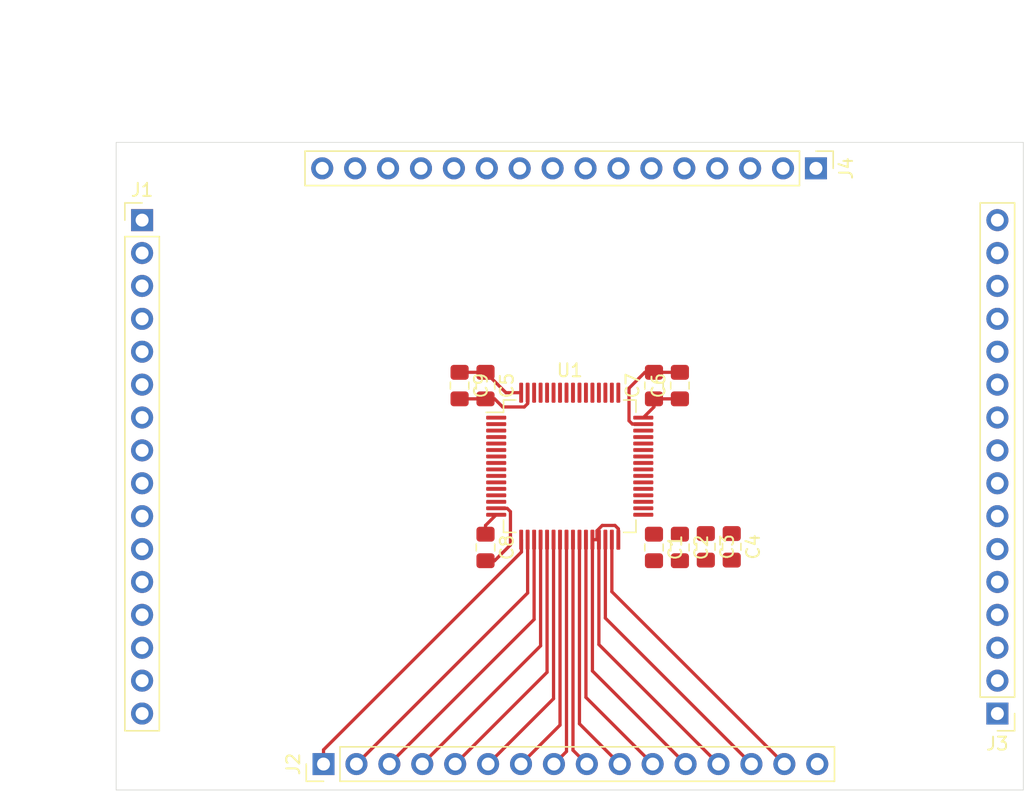
<source format=kicad_pcb>
(kicad_pcb (version 20171130) (host pcbnew 5.1.5+dfsg1-2build2)

  (general
    (thickness 1.6)
    (drawings 6)
    (tracks 68)
    (zones 0)
    (modules 14)
    (nets 56)
  )

  (page A4)
  (layers
    (0 F.Cu signal)
    (31 B.Cu signal)
    (32 B.Adhes user)
    (33 F.Adhes user)
    (34 B.Paste user)
    (35 F.Paste user)
    (36 B.SilkS user)
    (37 F.SilkS user)
    (38 B.Mask user)
    (39 F.Mask user)
    (40 Dwgs.User user)
    (41 Cmts.User user)
    (42 Eco1.User user)
    (43 Eco2.User user)
    (44 Edge.Cuts user)
    (45 Margin user)
    (46 B.CrtYd user hide)
    (47 F.CrtYd user)
    (48 B.Fab user)
    (49 F.Fab user hide)
  )

  (setup
    (last_trace_width 0.25)
    (trace_clearance 0.2)
    (zone_clearance 0.508)
    (zone_45_only no)
    (trace_min 0.2)
    (via_size 0.8)
    (via_drill 0.4)
    (via_min_size 0.4)
    (via_min_drill 0.3)
    (uvia_size 0.3)
    (uvia_drill 0.1)
    (uvias_allowed no)
    (uvia_min_size 0.2)
    (uvia_min_drill 0.1)
    (edge_width 0.05)
    (segment_width 0.2)
    (pcb_text_width 0.3)
    (pcb_text_size 1.5 1.5)
    (mod_edge_width 0.12)
    (mod_text_size 1 1)
    (mod_text_width 0.15)
    (pad_size 1.524 1.524)
    (pad_drill 0.762)
    (pad_to_mask_clearance 0.051)
    (solder_mask_min_width 0.25)
    (aux_axis_origin 0 0)
    (visible_elements FFFFF77F)
    (pcbplotparams
      (layerselection 0x010fc_ffffffff)
      (usegerberextensions false)
      (usegerberattributes false)
      (usegerberadvancedattributes false)
      (creategerberjobfile false)
      (excludeedgelayer true)
      (linewidth 0.100000)
      (plotframeref false)
      (viasonmask false)
      (mode 1)
      (useauxorigin false)
      (hpglpennumber 1)
      (hpglpenspeed 20)
      (hpglpendiameter 15.000000)
      (psnegative false)
      (psa4output false)
      (plotreference true)
      (plotvalue true)
      (plotinvisibletext false)
      (padsonsilk false)
      (subtractmaskfromsilk false)
      (outputformat 1)
      (mirror false)
      (drillshape 1)
      (scaleselection 1)
      (outputdirectory ""))
  )

  (net 0 "")
  (net 1 3.3V)
  (net 2 GND)
  (net 3 /2)
  (net 4 /3)
  (net 5 /4)
  (net 6 /5)
  (net 7 /6)
  (net 8 /7)
  (net 9 /8)
  (net 10 /9)
  (net 11 /10)
  (net 12 /11)
  (net 13 /12)
  (net 14 /13)
  (net 15 /14)
  (net 16 /30)
  (net 17 /26)
  (net 18 /25)
  (net 19 /24)
  (net 20 /23)
  (net 21 /22)
  (net 22 /21)
  (net 23 /20)
  (net 24 /19)
  (net 25 /18)
  (net 26 /17)
  (net 27 /33)
  (net 28 /34)
  (net 29 /35)
  (net 30 /36)
  (net 31 /37)
  (net 32 /38)
  (net 33 /39)
  (net 34 /40)
  (net 35 /41)
  (net 36 /42)
  (net 37 /43)
  (net 38 /44)
  (net 39 /45)
  (net 40 /46)
  (net 41 /62)
  (net 42 /61)
  (net 43 /60)
  (net 44 /59)
  (net 45 /58)
  (net 46 /57)
  (net 47 /56)
  (net 48 /55)
  (net 49 /54)
  (net 50 /53)
  (net 51 /52)
  (net 52 /51)
  (net 53 /50)
  (net 54 /49)
  (net 55 /1)

  (net_class Default "This is the default net class."
    (clearance 0.2)
    (trace_width 0.25)
    (via_dia 0.8)
    (via_drill 0.4)
    (uvia_dia 0.3)
    (uvia_drill 0.1)
    (add_net /1)
    (add_net /10)
    (add_net /11)
    (add_net /12)
    (add_net /13)
    (add_net /14)
    (add_net /17)
    (add_net /18)
    (add_net /19)
    (add_net /2)
    (add_net /20)
    (add_net /21)
    (add_net /22)
    (add_net /23)
    (add_net /24)
    (add_net /25)
    (add_net /26)
    (add_net /3)
    (add_net /30)
    (add_net /33)
    (add_net /34)
    (add_net /35)
    (add_net /36)
    (add_net /37)
    (add_net /38)
    (add_net /39)
    (add_net /4)
    (add_net /40)
    (add_net /41)
    (add_net /42)
    (add_net /43)
    (add_net /44)
    (add_net /45)
    (add_net /46)
    (add_net /49)
    (add_net /5)
    (add_net /50)
    (add_net /51)
    (add_net /52)
    (add_net /53)
    (add_net /54)
    (add_net /55)
    (add_net /56)
    (add_net /57)
    (add_net /58)
    (add_net /59)
    (add_net /6)
    (add_net /60)
    (add_net /61)
    (add_net /62)
    (add_net /7)
    (add_net /8)
    (add_net /9)
    (add_net 3.3V)
    (add_net GND)
  )

  (module Package_QFP:LQFP-64_10x10mm_P0.5mm (layer F.Cu) (tedit 5D9F72AF) (tstamp 60684F17)
    (at 230 73)
    (descr "LQFP, 64 Pin (https://www.analog.com/media/en/technical-documentation/data-sheets/ad7606_7606-6_7606-4.pdf), generated with kicad-footprint-generator ipc_gullwing_generator.py")
    (tags "LQFP QFP")
    (path /606752FC)
    (attr smd)
    (fp_text reference U1 (at 0 -7.4) (layer F.SilkS)
      (effects (font (size 1 1) (thickness 0.15)))
    )
    (fp_text value STM32G484RET6 (at 0 7.4) (layer F.Fab)
      (effects (font (size 1 1) (thickness 0.15)))
    )
    (fp_line (start 4.16 5.11) (end 5.11 5.11) (layer F.SilkS) (width 0.12))
    (fp_line (start 5.11 5.11) (end 5.11 4.16) (layer F.SilkS) (width 0.12))
    (fp_line (start -4.16 5.11) (end -5.11 5.11) (layer F.SilkS) (width 0.12))
    (fp_line (start -5.11 5.11) (end -5.11 4.16) (layer F.SilkS) (width 0.12))
    (fp_line (start 4.16 -5.11) (end 5.11 -5.11) (layer F.SilkS) (width 0.12))
    (fp_line (start 5.11 -5.11) (end 5.11 -4.16) (layer F.SilkS) (width 0.12))
    (fp_line (start -4.16 -5.11) (end -5.11 -5.11) (layer F.SilkS) (width 0.12))
    (fp_line (start -5.11 -5.11) (end -5.11 -4.16) (layer F.SilkS) (width 0.12))
    (fp_line (start -5.11 -4.16) (end -6.45 -4.16) (layer F.SilkS) (width 0.12))
    (fp_line (start -4 -5) (end 5 -5) (layer F.Fab) (width 0.1))
    (fp_line (start 5 -5) (end 5 5) (layer F.Fab) (width 0.1))
    (fp_line (start 5 5) (end -5 5) (layer F.Fab) (width 0.1))
    (fp_line (start -5 5) (end -5 -4) (layer F.Fab) (width 0.1))
    (fp_line (start -5 -4) (end -4 -5) (layer F.Fab) (width 0.1))
    (fp_line (start 0 -6.7) (end -4.15 -6.7) (layer F.CrtYd) (width 0.05))
    (fp_line (start -4.15 -6.7) (end -4.15 -5.25) (layer F.CrtYd) (width 0.05))
    (fp_line (start -4.15 -5.25) (end -5.25 -5.25) (layer F.CrtYd) (width 0.05))
    (fp_line (start -5.25 -5.25) (end -5.25 -4.15) (layer F.CrtYd) (width 0.05))
    (fp_line (start -5.25 -4.15) (end -6.7 -4.15) (layer F.CrtYd) (width 0.05))
    (fp_line (start -6.7 -4.15) (end -6.7 0) (layer F.CrtYd) (width 0.05))
    (fp_line (start 0 -6.7) (end 4.15 -6.7) (layer F.CrtYd) (width 0.05))
    (fp_line (start 4.15 -6.7) (end 4.15 -5.25) (layer F.CrtYd) (width 0.05))
    (fp_line (start 4.15 -5.25) (end 5.25 -5.25) (layer F.CrtYd) (width 0.05))
    (fp_line (start 5.25 -5.25) (end 5.25 -4.15) (layer F.CrtYd) (width 0.05))
    (fp_line (start 5.25 -4.15) (end 6.7 -4.15) (layer F.CrtYd) (width 0.05))
    (fp_line (start 6.7 -4.15) (end 6.7 0) (layer F.CrtYd) (width 0.05))
    (fp_line (start 0 6.7) (end -4.15 6.7) (layer F.CrtYd) (width 0.05))
    (fp_line (start -4.15 6.7) (end -4.15 5.25) (layer F.CrtYd) (width 0.05))
    (fp_line (start -4.15 5.25) (end -5.25 5.25) (layer F.CrtYd) (width 0.05))
    (fp_line (start -5.25 5.25) (end -5.25 4.15) (layer F.CrtYd) (width 0.05))
    (fp_line (start -5.25 4.15) (end -6.7 4.15) (layer F.CrtYd) (width 0.05))
    (fp_line (start -6.7 4.15) (end -6.7 0) (layer F.CrtYd) (width 0.05))
    (fp_line (start 0 6.7) (end 4.15 6.7) (layer F.CrtYd) (width 0.05))
    (fp_line (start 4.15 6.7) (end 4.15 5.25) (layer F.CrtYd) (width 0.05))
    (fp_line (start 4.15 5.25) (end 5.25 5.25) (layer F.CrtYd) (width 0.05))
    (fp_line (start 5.25 5.25) (end 5.25 4.15) (layer F.CrtYd) (width 0.05))
    (fp_line (start 5.25 4.15) (end 6.7 4.15) (layer F.CrtYd) (width 0.05))
    (fp_line (start 6.7 4.15) (end 6.7 0) (layer F.CrtYd) (width 0.05))
    (fp_text user %R (at 0 0) (layer F.Fab)
      (effects (font (size 1 1) (thickness 0.15)))
    )
    (pad 1 smd roundrect (at -5.675 -3.75) (size 1.55 0.3) (layers F.Cu F.Paste F.Mask) (roundrect_rratio 0.25)
      (net 55 /1))
    (pad 2 smd roundrect (at -5.675 -3.25) (size 1.55 0.3) (layers F.Cu F.Paste F.Mask) (roundrect_rratio 0.25)
      (net 3 /2))
    (pad 3 smd roundrect (at -5.675 -2.75) (size 1.55 0.3) (layers F.Cu F.Paste F.Mask) (roundrect_rratio 0.25)
      (net 4 /3))
    (pad 4 smd roundrect (at -5.675 -2.25) (size 1.55 0.3) (layers F.Cu F.Paste F.Mask) (roundrect_rratio 0.25)
      (net 5 /4))
    (pad 5 smd roundrect (at -5.675 -1.75) (size 1.55 0.3) (layers F.Cu F.Paste F.Mask) (roundrect_rratio 0.25)
      (net 6 /5))
    (pad 6 smd roundrect (at -5.675 -1.25) (size 1.55 0.3) (layers F.Cu F.Paste F.Mask) (roundrect_rratio 0.25)
      (net 7 /6))
    (pad 7 smd roundrect (at -5.675 -0.75) (size 1.55 0.3) (layers F.Cu F.Paste F.Mask) (roundrect_rratio 0.25)
      (net 8 /7))
    (pad 8 smd roundrect (at -5.675 -0.25) (size 1.55 0.3) (layers F.Cu F.Paste F.Mask) (roundrect_rratio 0.25)
      (net 9 /8))
    (pad 9 smd roundrect (at -5.675 0.25) (size 1.55 0.3) (layers F.Cu F.Paste F.Mask) (roundrect_rratio 0.25)
      (net 10 /9))
    (pad 10 smd roundrect (at -5.675 0.75) (size 1.55 0.3) (layers F.Cu F.Paste F.Mask) (roundrect_rratio 0.25)
      (net 11 /10))
    (pad 11 smd roundrect (at -5.675 1.25) (size 1.55 0.3) (layers F.Cu F.Paste F.Mask) (roundrect_rratio 0.25)
      (net 12 /11))
    (pad 12 smd roundrect (at -5.675 1.75) (size 1.55 0.3) (layers F.Cu F.Paste F.Mask) (roundrect_rratio 0.25)
      (net 13 /12))
    (pad 13 smd roundrect (at -5.675 2.25) (size 1.55 0.3) (layers F.Cu F.Paste F.Mask) (roundrect_rratio 0.25)
      (net 14 /13))
    (pad 14 smd roundrect (at -5.675 2.75) (size 1.55 0.3) (layers F.Cu F.Paste F.Mask) (roundrect_rratio 0.25)
      (net 15 /14))
    (pad 15 smd roundrect (at -5.675 3.25) (size 1.55 0.3) (layers F.Cu F.Paste F.Mask) (roundrect_rratio 0.25)
      (net 2 GND))
    (pad 16 smd roundrect (at -5.675 3.75) (size 1.55 0.3) (layers F.Cu F.Paste F.Mask) (roundrect_rratio 0.25)
      (net 1 3.3V))
    (pad 17 smd roundrect (at -3.75 5.675) (size 0.3 1.55) (layers F.Cu F.Paste F.Mask) (roundrect_rratio 0.25)
      (net 26 /17))
    (pad 18 smd roundrect (at -3.25 5.675) (size 0.3 1.55) (layers F.Cu F.Paste F.Mask) (roundrect_rratio 0.25)
      (net 25 /18))
    (pad 19 smd roundrect (at -2.75 5.675) (size 0.3 1.55) (layers F.Cu F.Paste F.Mask) (roundrect_rratio 0.25)
      (net 24 /19))
    (pad 20 smd roundrect (at -2.25 5.675) (size 0.3 1.55) (layers F.Cu F.Paste F.Mask) (roundrect_rratio 0.25)
      (net 23 /20))
    (pad 21 smd roundrect (at -1.75 5.675) (size 0.3 1.55) (layers F.Cu F.Paste F.Mask) (roundrect_rratio 0.25)
      (net 22 /21))
    (pad 22 smd roundrect (at -1.25 5.675) (size 0.3 1.55) (layers F.Cu F.Paste F.Mask) (roundrect_rratio 0.25)
      (net 21 /22))
    (pad 23 smd roundrect (at -0.75 5.675) (size 0.3 1.55) (layers F.Cu F.Paste F.Mask) (roundrect_rratio 0.25)
      (net 20 /23))
    (pad 24 smd roundrect (at -0.25 5.675) (size 0.3 1.55) (layers F.Cu F.Paste F.Mask) (roundrect_rratio 0.25)
      (net 19 /24))
    (pad 25 smd roundrect (at 0.25 5.675) (size 0.3 1.55) (layers F.Cu F.Paste F.Mask) (roundrect_rratio 0.25)
      (net 18 /25))
    (pad 26 smd roundrect (at 0.75 5.675) (size 0.3 1.55) (layers F.Cu F.Paste F.Mask) (roundrect_rratio 0.25)
      (net 17 /26))
    (pad 27 smd roundrect (at 1.25 5.675) (size 0.3 1.55) (layers F.Cu F.Paste F.Mask) (roundrect_rratio 0.25)
      (net 2 GND))
    (pad 28 smd roundrect (at 1.75 5.675) (size 0.3 1.55) (layers F.Cu F.Paste F.Mask) (roundrect_rratio 0.25)
      (net 1 3.3V))
    (pad 29 smd roundrect (at 2.25 5.675) (size 0.3 1.55) (layers F.Cu F.Paste F.Mask) (roundrect_rratio 0.25)
      (net 1 3.3V))
    (pad 30 smd roundrect (at 2.75 5.675) (size 0.3 1.55) (layers F.Cu F.Paste F.Mask) (roundrect_rratio 0.25)
      (net 16 /30))
    (pad 31 smd roundrect (at 3.25 5.675) (size 0.3 1.55) (layers F.Cu F.Paste F.Mask) (roundrect_rratio 0.25)
      (net 2 GND))
    (pad 32 smd roundrect (at 3.75 5.675) (size 0.3 1.55) (layers F.Cu F.Paste F.Mask) (roundrect_rratio 0.25)
      (net 1 3.3V))
    (pad 33 smd roundrect (at 5.675 3.75) (size 1.55 0.3) (layers F.Cu F.Paste F.Mask) (roundrect_rratio 0.25)
      (net 27 /33))
    (pad 34 smd roundrect (at 5.675 3.25) (size 1.55 0.3) (layers F.Cu F.Paste F.Mask) (roundrect_rratio 0.25)
      (net 28 /34))
    (pad 35 smd roundrect (at 5.675 2.75) (size 1.55 0.3) (layers F.Cu F.Paste F.Mask) (roundrect_rratio 0.25)
      (net 29 /35))
    (pad 36 smd roundrect (at 5.675 2.25) (size 1.55 0.3) (layers F.Cu F.Paste F.Mask) (roundrect_rratio 0.25)
      (net 30 /36))
    (pad 37 smd roundrect (at 5.675 1.75) (size 1.55 0.3) (layers F.Cu F.Paste F.Mask) (roundrect_rratio 0.25)
      (net 31 /37))
    (pad 38 smd roundrect (at 5.675 1.25) (size 1.55 0.3) (layers F.Cu F.Paste F.Mask) (roundrect_rratio 0.25)
      (net 32 /38))
    (pad 39 smd roundrect (at 5.675 0.75) (size 1.55 0.3) (layers F.Cu F.Paste F.Mask) (roundrect_rratio 0.25)
      (net 33 /39))
    (pad 40 smd roundrect (at 5.675 0.25) (size 1.55 0.3) (layers F.Cu F.Paste F.Mask) (roundrect_rratio 0.25)
      (net 34 /40))
    (pad 41 smd roundrect (at 5.675 -0.25) (size 1.55 0.3) (layers F.Cu F.Paste F.Mask) (roundrect_rratio 0.25)
      (net 35 /41))
    (pad 42 smd roundrect (at 5.675 -0.75) (size 1.55 0.3) (layers F.Cu F.Paste F.Mask) (roundrect_rratio 0.25)
      (net 36 /42))
    (pad 43 smd roundrect (at 5.675 -1.25) (size 1.55 0.3) (layers F.Cu F.Paste F.Mask) (roundrect_rratio 0.25)
      (net 37 /43))
    (pad 44 smd roundrect (at 5.675 -1.75) (size 1.55 0.3) (layers F.Cu F.Paste F.Mask) (roundrect_rratio 0.25)
      (net 38 /44))
    (pad 45 smd roundrect (at 5.675 -2.25) (size 1.55 0.3) (layers F.Cu F.Paste F.Mask) (roundrect_rratio 0.25)
      (net 39 /45))
    (pad 46 smd roundrect (at 5.675 -2.75) (size 1.55 0.3) (layers F.Cu F.Paste F.Mask) (roundrect_rratio 0.25)
      (net 40 /46))
    (pad 47 smd roundrect (at 5.675 -3.25) (size 1.55 0.3) (layers F.Cu F.Paste F.Mask) (roundrect_rratio 0.25)
      (net 2 GND))
    (pad 48 smd roundrect (at 5.675 -3.75) (size 1.55 0.3) (layers F.Cu F.Paste F.Mask) (roundrect_rratio 0.25)
      (net 1 3.3V))
    (pad 49 smd roundrect (at 3.75 -5.675) (size 0.3 1.55) (layers F.Cu F.Paste F.Mask) (roundrect_rratio 0.25)
      (net 54 /49))
    (pad 50 smd roundrect (at 3.25 -5.675) (size 0.3 1.55) (layers F.Cu F.Paste F.Mask) (roundrect_rratio 0.25)
      (net 53 /50))
    (pad 51 smd roundrect (at 2.75 -5.675) (size 0.3 1.55) (layers F.Cu F.Paste F.Mask) (roundrect_rratio 0.25)
      (net 52 /51))
    (pad 52 smd roundrect (at 2.25 -5.675) (size 0.3 1.55) (layers F.Cu F.Paste F.Mask) (roundrect_rratio 0.25)
      (net 51 /52))
    (pad 53 smd roundrect (at 1.75 -5.675) (size 0.3 1.55) (layers F.Cu F.Paste F.Mask) (roundrect_rratio 0.25)
      (net 50 /53))
    (pad 54 smd roundrect (at 1.25 -5.675) (size 0.3 1.55) (layers F.Cu F.Paste F.Mask) (roundrect_rratio 0.25)
      (net 49 /54))
    (pad 55 smd roundrect (at 0.75 -5.675) (size 0.3 1.55) (layers F.Cu F.Paste F.Mask) (roundrect_rratio 0.25)
      (net 48 /55))
    (pad 56 smd roundrect (at 0.25 -5.675) (size 0.3 1.55) (layers F.Cu F.Paste F.Mask) (roundrect_rratio 0.25)
      (net 47 /56))
    (pad 57 smd roundrect (at -0.25 -5.675) (size 0.3 1.55) (layers F.Cu F.Paste F.Mask) (roundrect_rratio 0.25)
      (net 46 /57))
    (pad 58 smd roundrect (at -0.75 -5.675) (size 0.3 1.55) (layers F.Cu F.Paste F.Mask) (roundrect_rratio 0.25)
      (net 45 /58))
    (pad 59 smd roundrect (at -1.25 -5.675) (size 0.3 1.55) (layers F.Cu F.Paste F.Mask) (roundrect_rratio 0.25)
      (net 44 /59))
    (pad 60 smd roundrect (at -1.75 -5.675) (size 0.3 1.55) (layers F.Cu F.Paste F.Mask) (roundrect_rratio 0.25)
      (net 43 /60))
    (pad 61 smd roundrect (at -2.25 -5.675) (size 0.3 1.55) (layers F.Cu F.Paste F.Mask) (roundrect_rratio 0.25)
      (net 42 /61))
    (pad 62 smd roundrect (at -2.75 -5.675) (size 0.3 1.55) (layers F.Cu F.Paste F.Mask) (roundrect_rratio 0.25)
      (net 41 /62))
    (pad 63 smd roundrect (at -3.25 -5.675) (size 0.3 1.55) (layers F.Cu F.Paste F.Mask) (roundrect_rratio 0.25)
      (net 2 GND))
    (pad 64 smd roundrect (at -3.75 -5.675) (size 0.3 1.55) (layers F.Cu F.Paste F.Mask) (roundrect_rratio 0.25)
      (net 1 3.3V))
    (model ${KISYS3DMOD}/Package_QFP.3dshapes/LQFP-64_10x10mm_P0.5mm.wrl
      (at (xyz 0 0 0))
      (scale (xyz 1 1 1))
      (rotate (xyz 0 0 0))
    )
  )

  (module Connector_PinHeader_2.54mm:PinHeader_1x16_P2.54mm_Vertical locked (layer F.Cu) (tedit 59FED5CC) (tstamp 6067CAEC)
    (at 197 54)
    (descr "Through hole straight pin header, 1x16, 2.54mm pitch, single row")
    (tags "Through hole pin header THT 1x16 2.54mm single row")
    (path /606A4E1E)
    (fp_text reference J1 (at 0 -2.33) (layer F.SilkS)
      (effects (font (size 1 1) (thickness 0.15)))
    )
    (fp_text value Conn_01x16_Male (at 0 40.43) (layer F.Fab)
      (effects (font (size 1 1) (thickness 0.15)))
    )
    (fp_line (start -0.635 -1.27) (end 1.27 -1.27) (layer F.Fab) (width 0.1))
    (fp_line (start 1.27 -1.27) (end 1.27 39.37) (layer F.Fab) (width 0.1))
    (fp_line (start 1.27 39.37) (end -1.27 39.37) (layer F.Fab) (width 0.1))
    (fp_line (start -1.27 39.37) (end -1.27 -0.635) (layer F.Fab) (width 0.1))
    (fp_line (start -1.27 -0.635) (end -0.635 -1.27) (layer F.Fab) (width 0.1))
    (fp_line (start -1.33 39.43) (end 1.33 39.43) (layer F.SilkS) (width 0.12))
    (fp_line (start -1.33 1.27) (end -1.33 39.43) (layer F.SilkS) (width 0.12))
    (fp_line (start 1.33 1.27) (end 1.33 39.43) (layer F.SilkS) (width 0.12))
    (fp_line (start -1.33 1.27) (end 1.33 1.27) (layer F.SilkS) (width 0.12))
    (fp_line (start -1.33 0) (end -1.33 -1.33) (layer F.SilkS) (width 0.12))
    (fp_line (start -1.33 -1.33) (end 0 -1.33) (layer F.SilkS) (width 0.12))
    (fp_line (start -1.8 -1.8) (end -1.8 39.9) (layer F.CrtYd) (width 0.05))
    (fp_line (start -1.8 39.9) (end 1.8 39.9) (layer F.CrtYd) (width 0.05))
    (fp_line (start 1.8 39.9) (end 1.8 -1.8) (layer F.CrtYd) (width 0.05))
    (fp_line (start 1.8 -1.8) (end -1.8 -1.8) (layer F.CrtYd) (width 0.05))
    (fp_text user %R (at 0 19.05 90) (layer F.Fab)
      (effects (font (size 1 1) (thickness 0.15)))
    )
    (pad 1 thru_hole rect (at 0 0) (size 1.7 1.7) (drill 1) (layers *.Cu *.Mask)
      (net 55 /1))
    (pad 2 thru_hole oval (at 0 2.54) (size 1.7 1.7) (drill 1) (layers *.Cu *.Mask)
      (net 3 /2))
    (pad 3 thru_hole oval (at 0 5.08) (size 1.7 1.7) (drill 1) (layers *.Cu *.Mask)
      (net 4 /3))
    (pad 4 thru_hole oval (at 0 7.62) (size 1.7 1.7) (drill 1) (layers *.Cu *.Mask)
      (net 5 /4))
    (pad 5 thru_hole oval (at 0 10.16) (size 1.7 1.7) (drill 1) (layers *.Cu *.Mask)
      (net 6 /5))
    (pad 6 thru_hole oval (at 0 12.7) (size 1.7 1.7) (drill 1) (layers *.Cu *.Mask)
      (net 7 /6))
    (pad 7 thru_hole oval (at 0 15.24) (size 1.7 1.7) (drill 1) (layers *.Cu *.Mask)
      (net 8 /7))
    (pad 8 thru_hole oval (at 0 17.78) (size 1.7 1.7) (drill 1) (layers *.Cu *.Mask)
      (net 9 /8))
    (pad 9 thru_hole oval (at 0 20.32) (size 1.7 1.7) (drill 1) (layers *.Cu *.Mask)
      (net 10 /9))
    (pad 10 thru_hole oval (at 0 22.86) (size 1.7 1.7) (drill 1) (layers *.Cu *.Mask)
      (net 11 /10))
    (pad 11 thru_hole oval (at 0 25.4) (size 1.7 1.7) (drill 1) (layers *.Cu *.Mask)
      (net 12 /11))
    (pad 12 thru_hole oval (at 0 27.94) (size 1.7 1.7) (drill 1) (layers *.Cu *.Mask)
      (net 13 /12))
    (pad 13 thru_hole oval (at 0 30.48) (size 1.7 1.7) (drill 1) (layers *.Cu *.Mask)
      (net 14 /13))
    (pad 14 thru_hole oval (at 0 33.02) (size 1.7 1.7) (drill 1) (layers *.Cu *.Mask)
      (net 15 /14))
    (pad 15 thru_hole oval (at 0 35.56) (size 1.7 1.7) (drill 1) (layers *.Cu *.Mask)
      (net 2 GND))
    (pad 16 thru_hole oval (at 0 38.1) (size 1.7 1.7) (drill 1) (layers *.Cu *.Mask)
      (net 1 3.3V))
    (model ${KISYS3DMOD}/Connector_PinHeader_2.54mm.3dshapes/PinHeader_1x16_P2.54mm_Vertical.wrl
      (at (xyz 0 0 0))
      (scale (xyz 1 1 1))
      (rotate (xyz 0 0 0))
    )
  )

  (module Connector_PinHeader_2.54mm:PinHeader_1x16_P2.54mm_Vertical locked (layer F.Cu) (tedit 59FED5CC) (tstamp 6067BFB9)
    (at 211 96 90)
    (descr "Through hole straight pin header, 1x16, 2.54mm pitch, single row")
    (tags "Through hole pin header THT 1x16 2.54mm single row")
    (path /606A81FA)
    (fp_text reference J2 (at 0 -2.33 90) (layer F.SilkS)
      (effects (font (size 1 1) (thickness 0.15)))
    )
    (fp_text value Conn_01x16_Male (at 0 40.43 90) (layer F.Fab)
      (effects (font (size 1 1) (thickness 0.15)))
    )
    (fp_text user %R (at 0 19.05) (layer F.Fab)
      (effects (font (size 1 1) (thickness 0.15)))
    )
    (fp_line (start 1.8 -1.8) (end -1.8 -1.8) (layer F.CrtYd) (width 0.05))
    (fp_line (start 1.8 39.9) (end 1.8 -1.8) (layer F.CrtYd) (width 0.05))
    (fp_line (start -1.8 39.9) (end 1.8 39.9) (layer F.CrtYd) (width 0.05))
    (fp_line (start -1.8 -1.8) (end -1.8 39.9) (layer F.CrtYd) (width 0.05))
    (fp_line (start -1.33 -1.33) (end 0 -1.33) (layer F.SilkS) (width 0.12))
    (fp_line (start -1.33 0) (end -1.33 -1.33) (layer F.SilkS) (width 0.12))
    (fp_line (start -1.33 1.27) (end 1.33 1.27) (layer F.SilkS) (width 0.12))
    (fp_line (start 1.33 1.27) (end 1.33 39.43) (layer F.SilkS) (width 0.12))
    (fp_line (start -1.33 1.27) (end -1.33 39.43) (layer F.SilkS) (width 0.12))
    (fp_line (start -1.33 39.43) (end 1.33 39.43) (layer F.SilkS) (width 0.12))
    (fp_line (start -1.27 -0.635) (end -0.635 -1.27) (layer F.Fab) (width 0.1))
    (fp_line (start -1.27 39.37) (end -1.27 -0.635) (layer F.Fab) (width 0.1))
    (fp_line (start 1.27 39.37) (end -1.27 39.37) (layer F.Fab) (width 0.1))
    (fp_line (start 1.27 -1.27) (end 1.27 39.37) (layer F.Fab) (width 0.1))
    (fp_line (start -0.635 -1.27) (end 1.27 -1.27) (layer F.Fab) (width 0.1))
    (pad 16 thru_hole oval (at 0 38.1 90) (size 1.7 1.7) (drill 1) (layers *.Cu *.Mask)
      (net 1 3.3V))
    (pad 15 thru_hole oval (at 0 35.56 90) (size 1.7 1.7) (drill 1) (layers *.Cu *.Mask)
      (net 2 GND))
    (pad 14 thru_hole oval (at 0 33.02 90) (size 1.7 1.7) (drill 1) (layers *.Cu *.Mask)
      (net 16 /30))
    (pad 13 thru_hole oval (at 0 30.48 90) (size 1.7 1.7) (drill 1) (layers *.Cu *.Mask)
      (net 1 3.3V))
    (pad 12 thru_hole oval (at 0 27.94 90) (size 1.7 1.7) (drill 1) (layers *.Cu *.Mask)
      (net 1 3.3V))
    (pad 11 thru_hole oval (at 0 25.4 90) (size 1.7 1.7) (drill 1) (layers *.Cu *.Mask)
      (net 2 GND))
    (pad 10 thru_hole oval (at 0 22.86 90) (size 1.7 1.7) (drill 1) (layers *.Cu *.Mask)
      (net 17 /26))
    (pad 9 thru_hole oval (at 0 20.32 90) (size 1.7 1.7) (drill 1) (layers *.Cu *.Mask)
      (net 18 /25))
    (pad 8 thru_hole oval (at 0 17.78 90) (size 1.7 1.7) (drill 1) (layers *.Cu *.Mask)
      (net 19 /24))
    (pad 7 thru_hole oval (at 0 15.24 90) (size 1.7 1.7) (drill 1) (layers *.Cu *.Mask)
      (net 20 /23))
    (pad 6 thru_hole oval (at 0 12.7 90) (size 1.7 1.7) (drill 1) (layers *.Cu *.Mask)
      (net 21 /22))
    (pad 5 thru_hole oval (at 0 10.16 90) (size 1.7 1.7) (drill 1) (layers *.Cu *.Mask)
      (net 22 /21))
    (pad 4 thru_hole oval (at 0 7.62 90) (size 1.7 1.7) (drill 1) (layers *.Cu *.Mask)
      (net 23 /20))
    (pad 3 thru_hole oval (at 0 5.08 90) (size 1.7 1.7) (drill 1) (layers *.Cu *.Mask)
      (net 24 /19))
    (pad 2 thru_hole oval (at 0 2.54 90) (size 1.7 1.7) (drill 1) (layers *.Cu *.Mask)
      (net 25 /18))
    (pad 1 thru_hole rect (at 0 0 90) (size 1.7 1.7) (drill 1) (layers *.Cu *.Mask)
      (net 26 /17))
    (model ${KISYS3DMOD}/Connector_PinHeader_2.54mm.3dshapes/PinHeader_1x16_P2.54mm_Vertical.wrl
      (at (xyz 0 0 0))
      (scale (xyz 1 1 1))
      (rotate (xyz 0 0 0))
    )
  )

  (module Connector_PinHeader_2.54mm:PinHeader_1x16_P2.54mm_Vertical (layer F.Cu) (tedit 59FED5CC) (tstamp 6067CD20)
    (at 263 92.1 180)
    (descr "Through hole straight pin header, 1x16, 2.54mm pitch, single row")
    (tags "Through hole pin header THT 1x16 2.54mm single row")
    (path /606A9564)
    (fp_text reference J3 (at 0 -2.33) (layer F.SilkS)
      (effects (font (size 1 1) (thickness 0.15)))
    )
    (fp_text value Conn_01x16_Male (at 0 40.43) (layer F.Fab)
      (effects (font (size 1 1) (thickness 0.15)))
    )
    (fp_line (start -0.635 -1.27) (end 1.27 -1.27) (layer F.Fab) (width 0.1))
    (fp_line (start 1.27 -1.27) (end 1.27 39.37) (layer F.Fab) (width 0.1))
    (fp_line (start 1.27 39.37) (end -1.27 39.37) (layer F.Fab) (width 0.1))
    (fp_line (start -1.27 39.37) (end -1.27 -0.635) (layer F.Fab) (width 0.1))
    (fp_line (start -1.27 -0.635) (end -0.635 -1.27) (layer F.Fab) (width 0.1))
    (fp_line (start -1.33 39.43) (end 1.33 39.43) (layer F.SilkS) (width 0.12))
    (fp_line (start -1.33 1.27) (end -1.33 39.43) (layer F.SilkS) (width 0.12))
    (fp_line (start 1.33 1.27) (end 1.33 39.43) (layer F.SilkS) (width 0.12))
    (fp_line (start -1.33 1.27) (end 1.33 1.27) (layer F.SilkS) (width 0.12))
    (fp_line (start -1.33 0) (end -1.33 -1.33) (layer F.SilkS) (width 0.12))
    (fp_line (start -1.33 -1.33) (end 0 -1.33) (layer F.SilkS) (width 0.12))
    (fp_line (start -1.8 -1.8) (end -1.8 39.9) (layer F.CrtYd) (width 0.05))
    (fp_line (start -1.8 39.9) (end 1.8 39.9) (layer F.CrtYd) (width 0.05))
    (fp_line (start 1.8 39.9) (end 1.8 -1.8) (layer F.CrtYd) (width 0.05))
    (fp_line (start 1.8 -1.8) (end -1.8 -1.8) (layer F.CrtYd) (width 0.05))
    (fp_text user %R (at 0 19.05 90) (layer F.Fab)
      (effects (font (size 1 1) (thickness 0.15)))
    )
    (pad 1 thru_hole rect (at 0 0 180) (size 1.7 1.7) (drill 1) (layers *.Cu *.Mask)
      (net 27 /33))
    (pad 2 thru_hole oval (at 0 2.54 180) (size 1.7 1.7) (drill 1) (layers *.Cu *.Mask)
      (net 28 /34))
    (pad 3 thru_hole oval (at 0 5.08 180) (size 1.7 1.7) (drill 1) (layers *.Cu *.Mask)
      (net 29 /35))
    (pad 4 thru_hole oval (at 0 7.62 180) (size 1.7 1.7) (drill 1) (layers *.Cu *.Mask)
      (net 30 /36))
    (pad 5 thru_hole oval (at 0 10.16 180) (size 1.7 1.7) (drill 1) (layers *.Cu *.Mask)
      (net 31 /37))
    (pad 6 thru_hole oval (at 0 12.7 180) (size 1.7 1.7) (drill 1) (layers *.Cu *.Mask)
      (net 32 /38))
    (pad 7 thru_hole oval (at 0 15.24 180) (size 1.7 1.7) (drill 1) (layers *.Cu *.Mask)
      (net 33 /39))
    (pad 8 thru_hole oval (at 0 17.78 180) (size 1.7 1.7) (drill 1) (layers *.Cu *.Mask)
      (net 34 /40))
    (pad 9 thru_hole oval (at 0 20.32 180) (size 1.7 1.7) (drill 1) (layers *.Cu *.Mask)
      (net 35 /41))
    (pad 10 thru_hole oval (at 0 22.86 180) (size 1.7 1.7) (drill 1) (layers *.Cu *.Mask)
      (net 36 /42))
    (pad 11 thru_hole oval (at 0 25.4 180) (size 1.7 1.7) (drill 1) (layers *.Cu *.Mask)
      (net 37 /43))
    (pad 12 thru_hole oval (at 0 27.94 180) (size 1.7 1.7) (drill 1) (layers *.Cu *.Mask)
      (net 38 /44))
    (pad 13 thru_hole oval (at 0 30.48 180) (size 1.7 1.7) (drill 1) (layers *.Cu *.Mask)
      (net 39 /45))
    (pad 14 thru_hole oval (at 0 33.02 180) (size 1.7 1.7) (drill 1) (layers *.Cu *.Mask)
      (net 40 /46))
    (pad 15 thru_hole oval (at 0 35.56 180) (size 1.7 1.7) (drill 1) (layers *.Cu *.Mask)
      (net 2 GND))
    (pad 16 thru_hole oval (at 0 38.1 180) (size 1.7 1.7) (drill 1) (layers *.Cu *.Mask)
      (net 1 3.3V))
    (model ${KISYS3DMOD}/Connector_PinHeader_2.54mm.3dshapes/PinHeader_1x16_P2.54mm_Vertical.wrl
      (at (xyz 0 0 0))
      (scale (xyz 1 1 1))
      (rotate (xyz 0 0 0))
    )
  )

  (module Connector_PinHeader_2.54mm:PinHeader_1x16_P2.54mm_Vertical (layer F.Cu) (tedit 59FED5CC) (tstamp 60681B86)
    (at 249 50 270)
    (descr "Through hole straight pin header, 1x16, 2.54mm pitch, single row")
    (tags "Through hole pin header THT 1x16 2.54mm single row")
    (path /606AEFEE)
    (fp_text reference J4 (at 0 -2.33 90) (layer F.SilkS)
      (effects (font (size 1 1) (thickness 0.15)))
    )
    (fp_text value Conn_01x16_Male (at 0 40.43 90) (layer F.Fab)
      (effects (font (size 1 1) (thickness 0.15)))
    )
    (fp_text user %R (at 0 19.05) (layer F.Fab)
      (effects (font (size 1 1) (thickness 0.15)))
    )
    (fp_line (start 1.8 -1.8) (end -1.8 -1.8) (layer F.CrtYd) (width 0.05))
    (fp_line (start 1.8 39.9) (end 1.8 -1.8) (layer F.CrtYd) (width 0.05))
    (fp_line (start -1.8 39.9) (end 1.8 39.9) (layer F.CrtYd) (width 0.05))
    (fp_line (start -1.8 -1.8) (end -1.8 39.9) (layer F.CrtYd) (width 0.05))
    (fp_line (start -1.33 -1.33) (end 0 -1.33) (layer F.SilkS) (width 0.12))
    (fp_line (start -1.33 0) (end -1.33 -1.33) (layer F.SilkS) (width 0.12))
    (fp_line (start -1.33 1.27) (end 1.33 1.27) (layer F.SilkS) (width 0.12))
    (fp_line (start 1.33 1.27) (end 1.33 39.43) (layer F.SilkS) (width 0.12))
    (fp_line (start -1.33 1.27) (end -1.33 39.43) (layer F.SilkS) (width 0.12))
    (fp_line (start -1.33 39.43) (end 1.33 39.43) (layer F.SilkS) (width 0.12))
    (fp_line (start -1.27 -0.635) (end -0.635 -1.27) (layer F.Fab) (width 0.1))
    (fp_line (start -1.27 39.37) (end -1.27 -0.635) (layer F.Fab) (width 0.1))
    (fp_line (start 1.27 39.37) (end -1.27 39.37) (layer F.Fab) (width 0.1))
    (fp_line (start 1.27 -1.27) (end 1.27 39.37) (layer F.Fab) (width 0.1))
    (fp_line (start -0.635 -1.27) (end 1.27 -1.27) (layer F.Fab) (width 0.1))
    (pad 16 thru_hole oval (at 0 38.1 270) (size 1.7 1.7) (drill 1) (layers *.Cu *.Mask)
      (net 1 3.3V))
    (pad 15 thru_hole oval (at 0 35.56 270) (size 1.7 1.7) (drill 1) (layers *.Cu *.Mask)
      (net 2 GND))
    (pad 14 thru_hole oval (at 0 33.02 270) (size 1.7 1.7) (drill 1) (layers *.Cu *.Mask)
      (net 41 /62))
    (pad 13 thru_hole oval (at 0 30.48 270) (size 1.7 1.7) (drill 1) (layers *.Cu *.Mask)
      (net 42 /61))
    (pad 12 thru_hole oval (at 0 27.94 270) (size 1.7 1.7) (drill 1) (layers *.Cu *.Mask)
      (net 43 /60))
    (pad 11 thru_hole oval (at 0 25.4 270) (size 1.7 1.7) (drill 1) (layers *.Cu *.Mask)
      (net 44 /59))
    (pad 10 thru_hole oval (at 0 22.86 270) (size 1.7 1.7) (drill 1) (layers *.Cu *.Mask)
      (net 45 /58))
    (pad 9 thru_hole oval (at 0 20.32 270) (size 1.7 1.7) (drill 1) (layers *.Cu *.Mask)
      (net 46 /57))
    (pad 8 thru_hole oval (at 0 17.78 270) (size 1.7 1.7) (drill 1) (layers *.Cu *.Mask)
      (net 47 /56))
    (pad 7 thru_hole oval (at 0 15.24 270) (size 1.7 1.7) (drill 1) (layers *.Cu *.Mask)
      (net 48 /55))
    (pad 6 thru_hole oval (at 0 12.7 270) (size 1.7 1.7) (drill 1) (layers *.Cu *.Mask)
      (net 49 /54))
    (pad 5 thru_hole oval (at 0 10.16 270) (size 1.7 1.7) (drill 1) (layers *.Cu *.Mask)
      (net 50 /53))
    (pad 4 thru_hole oval (at 0 7.62 270) (size 1.7 1.7) (drill 1) (layers *.Cu *.Mask)
      (net 51 /52))
    (pad 3 thru_hole oval (at 0 5.08 270) (size 1.7 1.7) (drill 1) (layers *.Cu *.Mask)
      (net 52 /51))
    (pad 2 thru_hole oval (at 0 2.54 270) (size 1.7 1.7) (drill 1) (layers *.Cu *.Mask)
      (net 53 /50))
    (pad 1 thru_hole rect (at 0 0 270) (size 1.7 1.7) (drill 1) (layers *.Cu *.Mask)
      (net 54 /49))
    (model ${KISYS3DMOD}/Connector_PinHeader_2.54mm.3dshapes/PinHeader_1x16_P2.54mm_Vertical.wrl
      (at (xyz 0 0 0))
      (scale (xyz 1 1 1))
      (rotate (xyz 0 0 0))
    )
  )

  (module Capacitor_SMD:C_0805_2012Metric_Pad1.15x1.40mm_HandSolder (layer F.Cu) (tedit 5B36C52B) (tstamp 60682FD0)
    (at 236.5 79.275 270)
    (descr "Capacitor SMD 0805 (2012 Metric), square (rectangular) end terminal, IPC_7351 nominal with elongated pad for handsoldering. (Body size source: https://docs.google.com/spreadsheets/d/1BsfQQcO9C6DZCsRaXUlFlo91Tg2WpOkGARC1WS5S8t0/edit?usp=sharing), generated with kicad-footprint-generator")
    (tags "capacitor handsolder")
    (path /606CAC72)
    (attr smd)
    (fp_text reference C1 (at 0 -1.65 90) (layer F.SilkS)
      (effects (font (size 1 1) (thickness 0.15)))
    )
    (fp_text value 10nF/50VDC (at 0 1.65 90) (layer F.Fab)
      (effects (font (size 1 1) (thickness 0.15)))
    )
    (fp_line (start -1 0.6) (end -1 -0.6) (layer F.Fab) (width 0.1))
    (fp_line (start -1 -0.6) (end 1 -0.6) (layer F.Fab) (width 0.1))
    (fp_line (start 1 -0.6) (end 1 0.6) (layer F.Fab) (width 0.1))
    (fp_line (start 1 0.6) (end -1 0.6) (layer F.Fab) (width 0.1))
    (fp_line (start -0.261252 -0.71) (end 0.261252 -0.71) (layer F.SilkS) (width 0.12))
    (fp_line (start -0.261252 0.71) (end 0.261252 0.71) (layer F.SilkS) (width 0.12))
    (fp_line (start -1.85 0.95) (end -1.85 -0.95) (layer F.CrtYd) (width 0.05))
    (fp_line (start -1.85 -0.95) (end 1.85 -0.95) (layer F.CrtYd) (width 0.05))
    (fp_line (start 1.85 -0.95) (end 1.85 0.95) (layer F.CrtYd) (width 0.05))
    (fp_line (start 1.85 0.95) (end -1.85 0.95) (layer F.CrtYd) (width 0.05))
    (fp_text user %R (at 0 0 90) (layer F.Fab)
      (effects (font (size 0.5 0.5) (thickness 0.08)))
    )
    (pad 1 smd roundrect (at -1.025 0 270) (size 1.15 1.4) (layers F.Cu F.Paste F.Mask) (roundrect_rratio 0.217391)
      (net 1 3.3V))
    (pad 2 smd roundrect (at 1.025 0 270) (size 1.15 1.4) (layers F.Cu F.Paste F.Mask) (roundrect_rratio 0.217391)
      (net 2 GND))
    (model ${KISYS3DMOD}/Capacitor_SMD.3dshapes/C_0805_2012Metric.wrl
      (at (xyz 0 0 0))
      (scale (xyz 1 1 1))
      (rotate (xyz 0 0 0))
    )
  )

  (module Capacitor_SMD:C_0805_2012Metric_Pad1.15x1.40mm_HandSolder (layer F.Cu) (tedit 5B36C52B) (tstamp 60682FE0)
    (at 238.5 79.275 270)
    (descr "Capacitor SMD 0805 (2012 Metric), square (rectangular) end terminal, IPC_7351 nominal with elongated pad for handsoldering. (Body size source: https://docs.google.com/spreadsheets/d/1BsfQQcO9C6DZCsRaXUlFlo91Tg2WpOkGARC1WS5S8t0/edit?usp=sharing), generated with kicad-footprint-generator")
    (tags "capacitor handsolder")
    (path /606CB775)
    (attr smd)
    (fp_text reference C2 (at 0 -1.65 90) (layer F.SilkS)
      (effects (font (size 1 1) (thickness 0.15)))
    )
    (fp_text value 1uF/50VDC (at 0 1.65 90) (layer F.Fab)
      (effects (font (size 1 1) (thickness 0.15)))
    )
    (fp_line (start -1 0.6) (end -1 -0.6) (layer F.Fab) (width 0.1))
    (fp_line (start -1 -0.6) (end 1 -0.6) (layer F.Fab) (width 0.1))
    (fp_line (start 1 -0.6) (end 1 0.6) (layer F.Fab) (width 0.1))
    (fp_line (start 1 0.6) (end -1 0.6) (layer F.Fab) (width 0.1))
    (fp_line (start -0.261252 -0.71) (end 0.261252 -0.71) (layer F.SilkS) (width 0.12))
    (fp_line (start -0.261252 0.71) (end 0.261252 0.71) (layer F.SilkS) (width 0.12))
    (fp_line (start -1.85 0.95) (end -1.85 -0.95) (layer F.CrtYd) (width 0.05))
    (fp_line (start -1.85 -0.95) (end 1.85 -0.95) (layer F.CrtYd) (width 0.05))
    (fp_line (start 1.85 -0.95) (end 1.85 0.95) (layer F.CrtYd) (width 0.05))
    (fp_line (start 1.85 0.95) (end -1.85 0.95) (layer F.CrtYd) (width 0.05))
    (fp_text user %R (at 0 0 90) (layer F.Fab)
      (effects (font (size 0.5 0.5) (thickness 0.08)))
    )
    (pad 1 smd roundrect (at -1.025 0 270) (size 1.15 1.4) (layers F.Cu F.Paste F.Mask) (roundrect_rratio 0.217391)
      (net 1 3.3V))
    (pad 2 smd roundrect (at 1.025 0 270) (size 1.15 1.4) (layers F.Cu F.Paste F.Mask) (roundrect_rratio 0.217391)
      (net 2 GND))
    (model ${KISYS3DMOD}/Capacitor_SMD.3dshapes/C_0805_2012Metric.wrl
      (at (xyz 0 0 0))
      (scale (xyz 1 1 1))
      (rotate (xyz 0 0 0))
    )
  )

  (module Capacitor_SMD:C_0805_2012Metric_Pad1.15x1.40mm_HandSolder (layer F.Cu) (tedit 5B36C52B) (tstamp 606854D1)
    (at 240.5 79.225 270)
    (descr "Capacitor SMD 0805 (2012 Metric), square (rectangular) end terminal, IPC_7351 nominal with elongated pad for handsoldering. (Body size source: https://docs.google.com/spreadsheets/d/1BsfQQcO9C6DZCsRaXUlFlo91Tg2WpOkGARC1WS5S8t0/edit?usp=sharing), generated with kicad-footprint-generator")
    (tags "capacitor handsolder")
    (path /606DD92B)
    (attr smd)
    (fp_text reference C3 (at 0 -1.65 90) (layer F.SilkS)
      (effects (font (size 1 1) (thickness 0.15)))
    )
    (fp_text value 100nF/50VDC (at 0 1.65 90) (layer F.Fab)
      (effects (font (size 1 1) (thickness 0.15)))
    )
    (fp_text user %R (at 0 0 90) (layer F.Fab)
      (effects (font (size 0.5 0.5) (thickness 0.08)))
    )
    (fp_line (start 1.85 0.95) (end -1.85 0.95) (layer F.CrtYd) (width 0.05))
    (fp_line (start 1.85 -0.95) (end 1.85 0.95) (layer F.CrtYd) (width 0.05))
    (fp_line (start -1.85 -0.95) (end 1.85 -0.95) (layer F.CrtYd) (width 0.05))
    (fp_line (start -1.85 0.95) (end -1.85 -0.95) (layer F.CrtYd) (width 0.05))
    (fp_line (start -0.261252 0.71) (end 0.261252 0.71) (layer F.SilkS) (width 0.12))
    (fp_line (start -0.261252 -0.71) (end 0.261252 -0.71) (layer F.SilkS) (width 0.12))
    (fp_line (start 1 0.6) (end -1 0.6) (layer F.Fab) (width 0.1))
    (fp_line (start 1 -0.6) (end 1 0.6) (layer F.Fab) (width 0.1))
    (fp_line (start -1 -0.6) (end 1 -0.6) (layer F.Fab) (width 0.1))
    (fp_line (start -1 0.6) (end -1 -0.6) (layer F.Fab) (width 0.1))
    (pad 2 smd roundrect (at 1.025 0 270) (size 1.15 1.4) (layers F.Cu F.Paste F.Mask) (roundrect_rratio 0.217391)
      (net 2 GND))
    (pad 1 smd roundrect (at -1.025 0 270) (size 1.15 1.4) (layers F.Cu F.Paste F.Mask) (roundrect_rratio 0.217391)
      (net 1 3.3V))
    (model ${KISYS3DMOD}/Capacitor_SMD.3dshapes/C_0805_2012Metric.wrl
      (at (xyz 0 0 0))
      (scale (xyz 1 1 1))
      (rotate (xyz 0 0 0))
    )
  )

  (module Capacitor_SMD:C_0805_2012Metric_Pad1.15x1.40mm_HandSolder (layer F.Cu) (tedit 5B36C52B) (tstamp 60683705)
    (at 242.5 79.225 270)
    (descr "Capacitor SMD 0805 (2012 Metric), square (rectangular) end terminal, IPC_7351 nominal with elongated pad for handsoldering. (Body size source: https://docs.google.com/spreadsheets/d/1BsfQQcO9C6DZCsRaXUlFlo91Tg2WpOkGARC1WS5S8t0/edit?usp=sharing), generated with kicad-footprint-generator")
    (tags "capacitor handsolder")
    (path /606DDC99)
    (attr smd)
    (fp_text reference C4 (at 0 -1.65 90) (layer F.SilkS)
      (effects (font (size 1 1) (thickness 0.15)))
    )
    (fp_text value 1uF/50VDC (at 0 1.65 90) (layer F.Fab)
      (effects (font (size 1 1) (thickness 0.15)))
    )
    (fp_line (start -1 0.6) (end -1 -0.6) (layer F.Fab) (width 0.1))
    (fp_line (start -1 -0.6) (end 1 -0.6) (layer F.Fab) (width 0.1))
    (fp_line (start 1 -0.6) (end 1 0.6) (layer F.Fab) (width 0.1))
    (fp_line (start 1 0.6) (end -1 0.6) (layer F.Fab) (width 0.1))
    (fp_line (start -0.261252 -0.71) (end 0.261252 -0.71) (layer F.SilkS) (width 0.12))
    (fp_line (start -0.261252 0.71) (end 0.261252 0.71) (layer F.SilkS) (width 0.12))
    (fp_line (start -1.85 0.95) (end -1.85 -0.95) (layer F.CrtYd) (width 0.05))
    (fp_line (start -1.85 -0.95) (end 1.85 -0.95) (layer F.CrtYd) (width 0.05))
    (fp_line (start 1.85 -0.95) (end 1.85 0.95) (layer F.CrtYd) (width 0.05))
    (fp_line (start 1.85 0.95) (end -1.85 0.95) (layer F.CrtYd) (width 0.05))
    (fp_text user %R (at 0 0 90) (layer F.Fab)
      (effects (font (size 0.5 0.5) (thickness 0.08)))
    )
    (pad 1 smd roundrect (at -1.025 0 270) (size 1.15 1.4) (layers F.Cu F.Paste F.Mask) (roundrect_rratio 0.217391)
      (net 1 3.3V))
    (pad 2 smd roundrect (at 1.025 0 270) (size 1.15 1.4) (layers F.Cu F.Paste F.Mask) (roundrect_rratio 0.217391)
      (net 2 GND))
    (model ${KISYS3DMOD}/Capacitor_SMD.3dshapes/C_0805_2012Metric.wrl
      (at (xyz 0 0 0))
      (scale (xyz 1 1 1))
      (rotate (xyz 0 0 0))
    )
  )

  (module Capacitor_SMD:C_0805_2012Metric_Pad1.15x1.40mm_HandSolder (layer F.Cu) (tedit 5B36C52B) (tstamp 60683010)
    (at 223.5 66.775 270)
    (descr "Capacitor SMD 0805 (2012 Metric), square (rectangular) end terminal, IPC_7351 nominal with elongated pad for handsoldering. (Body size source: https://docs.google.com/spreadsheets/d/1BsfQQcO9C6DZCsRaXUlFlo91Tg2WpOkGARC1WS5S8t0/edit?usp=sharing), generated with kicad-footprint-generator")
    (tags "capacitor handsolder")
    (path /606B2E36)
    (attr smd)
    (fp_text reference C5 (at 0 -1.65 90) (layer F.SilkS)
      (effects (font (size 1 1) (thickness 0.15)))
    )
    (fp_text value 100nF/50VDC (at 0 1.65 90) (layer F.Fab)
      (effects (font (size 1 1) (thickness 0.15)))
    )
    (fp_line (start -1 0.6) (end -1 -0.6) (layer F.Fab) (width 0.1))
    (fp_line (start -1 -0.6) (end 1 -0.6) (layer F.Fab) (width 0.1))
    (fp_line (start 1 -0.6) (end 1 0.6) (layer F.Fab) (width 0.1))
    (fp_line (start 1 0.6) (end -1 0.6) (layer F.Fab) (width 0.1))
    (fp_line (start -0.261252 -0.71) (end 0.261252 -0.71) (layer F.SilkS) (width 0.12))
    (fp_line (start -0.261252 0.71) (end 0.261252 0.71) (layer F.SilkS) (width 0.12))
    (fp_line (start -1.85 0.95) (end -1.85 -0.95) (layer F.CrtYd) (width 0.05))
    (fp_line (start -1.85 -0.95) (end 1.85 -0.95) (layer F.CrtYd) (width 0.05))
    (fp_line (start 1.85 -0.95) (end 1.85 0.95) (layer F.CrtYd) (width 0.05))
    (fp_line (start 1.85 0.95) (end -1.85 0.95) (layer F.CrtYd) (width 0.05))
    (fp_text user %R (at 0 0 90) (layer F.Fab)
      (effects (font (size 0.5 0.5) (thickness 0.08)))
    )
    (pad 1 smd roundrect (at -1.025 0 270) (size 1.15 1.4) (layers F.Cu F.Paste F.Mask) (roundrect_rratio 0.217391)
      (net 1 3.3V))
    (pad 2 smd roundrect (at 1.025 0 270) (size 1.15 1.4) (layers F.Cu F.Paste F.Mask) (roundrect_rratio 0.217391)
      (net 2 GND))
    (model ${KISYS3DMOD}/Capacitor_SMD.3dshapes/C_0805_2012Metric.wrl
      (at (xyz 0 0 0))
      (scale (xyz 1 1 1))
      (rotate (xyz 0 0 0))
    )
  )

  (module Capacitor_SMD:C_0805_2012Metric_Pad1.15x1.40mm_HandSolder (layer F.Cu) (tedit 5B36C52B) (tstamp 60683020)
    (at 238.5 66.775 90)
    (descr "Capacitor SMD 0805 (2012 Metric), square (rectangular) end terminal, IPC_7351 nominal with elongated pad for handsoldering. (Body size source: https://docs.google.com/spreadsheets/d/1BsfQQcO9C6DZCsRaXUlFlo91Tg2WpOkGARC1WS5S8t0/edit?usp=sharing), generated with kicad-footprint-generator")
    (tags "capacitor handsolder")
    (path /606B2A24)
    (attr smd)
    (fp_text reference C6 (at 0 -1.65 90) (layer F.SilkS)
      (effects (font (size 1 1) (thickness 0.15)))
    )
    (fp_text value 100nF/50VDC (at 0 1.65 90) (layer F.Fab)
      (effects (font (size 1 1) (thickness 0.15)))
    )
    (fp_text user %R (at 0 0 90) (layer F.Fab)
      (effects (font (size 0.5 0.5) (thickness 0.08)))
    )
    (fp_line (start 1.85 0.95) (end -1.85 0.95) (layer F.CrtYd) (width 0.05))
    (fp_line (start 1.85 -0.95) (end 1.85 0.95) (layer F.CrtYd) (width 0.05))
    (fp_line (start -1.85 -0.95) (end 1.85 -0.95) (layer F.CrtYd) (width 0.05))
    (fp_line (start -1.85 0.95) (end -1.85 -0.95) (layer F.CrtYd) (width 0.05))
    (fp_line (start -0.261252 0.71) (end 0.261252 0.71) (layer F.SilkS) (width 0.12))
    (fp_line (start -0.261252 -0.71) (end 0.261252 -0.71) (layer F.SilkS) (width 0.12))
    (fp_line (start 1 0.6) (end -1 0.6) (layer F.Fab) (width 0.1))
    (fp_line (start 1 -0.6) (end 1 0.6) (layer F.Fab) (width 0.1))
    (fp_line (start -1 -0.6) (end 1 -0.6) (layer F.Fab) (width 0.1))
    (fp_line (start -1 0.6) (end -1 -0.6) (layer F.Fab) (width 0.1))
    (pad 2 smd roundrect (at 1.025 0 90) (size 1.15 1.4) (layers F.Cu F.Paste F.Mask) (roundrect_rratio 0.217391)
      (net 2 GND))
    (pad 1 smd roundrect (at -1.025 0 90) (size 1.15 1.4) (layers F.Cu F.Paste F.Mask) (roundrect_rratio 0.217391)
      (net 1 3.3V))
    (model ${KISYS3DMOD}/Capacitor_SMD.3dshapes/C_0805_2012Metric.wrl
      (at (xyz 0 0 0))
      (scale (xyz 1 1 1))
      (rotate (xyz 0 0 0))
    )
  )

  (module Capacitor_SMD:C_0805_2012Metric_Pad1.15x1.40mm_HandSolder (layer F.Cu) (tedit 5B36C52B) (tstamp 60683030)
    (at 236.5 66.775 90)
    (descr "Capacitor SMD 0805 (2012 Metric), square (rectangular) end terminal, IPC_7351 nominal with elongated pad for handsoldering. (Body size source: https://docs.google.com/spreadsheets/d/1BsfQQcO9C6DZCsRaXUlFlo91Tg2WpOkGARC1WS5S8t0/edit?usp=sharing), generated with kicad-footprint-generator")
    (tags "capacitor handsolder")
    (path /606B269C)
    (attr smd)
    (fp_text reference C7 (at 0 -1.65 90) (layer F.SilkS)
      (effects (font (size 1 1) (thickness 0.15)))
    )
    (fp_text value 100nF/50VDC (at 0 1.65 90) (layer F.Fab)
      (effects (font (size 1 1) (thickness 0.15)))
    )
    (fp_line (start -1 0.6) (end -1 -0.6) (layer F.Fab) (width 0.1))
    (fp_line (start -1 -0.6) (end 1 -0.6) (layer F.Fab) (width 0.1))
    (fp_line (start 1 -0.6) (end 1 0.6) (layer F.Fab) (width 0.1))
    (fp_line (start 1 0.6) (end -1 0.6) (layer F.Fab) (width 0.1))
    (fp_line (start -0.261252 -0.71) (end 0.261252 -0.71) (layer F.SilkS) (width 0.12))
    (fp_line (start -0.261252 0.71) (end 0.261252 0.71) (layer F.SilkS) (width 0.12))
    (fp_line (start -1.85 0.95) (end -1.85 -0.95) (layer F.CrtYd) (width 0.05))
    (fp_line (start -1.85 -0.95) (end 1.85 -0.95) (layer F.CrtYd) (width 0.05))
    (fp_line (start 1.85 -0.95) (end 1.85 0.95) (layer F.CrtYd) (width 0.05))
    (fp_line (start 1.85 0.95) (end -1.85 0.95) (layer F.CrtYd) (width 0.05))
    (fp_text user %R (at 0 0 90) (layer F.Fab)
      (effects (font (size 0.5 0.5) (thickness 0.08)))
    )
    (pad 1 smd roundrect (at -1.025 0 90) (size 1.15 1.4) (layers F.Cu F.Paste F.Mask) (roundrect_rratio 0.217391)
      (net 1 3.3V))
    (pad 2 smd roundrect (at 1.025 0 90) (size 1.15 1.4) (layers F.Cu F.Paste F.Mask) (roundrect_rratio 0.217391)
      (net 2 GND))
    (model ${KISYS3DMOD}/Capacitor_SMD.3dshapes/C_0805_2012Metric.wrl
      (at (xyz 0 0 0))
      (scale (xyz 1 1 1))
      (rotate (xyz 0 0 0))
    )
  )

  (module Capacitor_SMD:C_0805_2012Metric_Pad1.15x1.40mm_HandSolder (layer F.Cu) (tedit 5B36C52B) (tstamp 60683040)
    (at 223.5 79.275 270)
    (descr "Capacitor SMD 0805 (2012 Metric), square (rectangular) end terminal, IPC_7351 nominal with elongated pad for handsoldering. (Body size source: https://docs.google.com/spreadsheets/d/1BsfQQcO9C6DZCsRaXUlFlo91Tg2WpOkGARC1WS5S8t0/edit?usp=sharing), generated with kicad-footprint-generator")
    (tags "capacitor handsolder")
    (path /60682B8A)
    (attr smd)
    (fp_text reference C8 (at 0 -1.65 90) (layer F.SilkS)
      (effects (font (size 1 1) (thickness 0.15)))
    )
    (fp_text value 100nF/50VDC (at 0 1.65 90) (layer F.Fab)
      (effects (font (size 1 1) (thickness 0.15)))
    )
    (fp_text user %R (at 0 0 90) (layer F.Fab)
      (effects (font (size 0.5 0.5) (thickness 0.08)))
    )
    (fp_line (start 1.85 0.95) (end -1.85 0.95) (layer F.CrtYd) (width 0.05))
    (fp_line (start 1.85 -0.95) (end 1.85 0.95) (layer F.CrtYd) (width 0.05))
    (fp_line (start -1.85 -0.95) (end 1.85 -0.95) (layer F.CrtYd) (width 0.05))
    (fp_line (start -1.85 0.95) (end -1.85 -0.95) (layer F.CrtYd) (width 0.05))
    (fp_line (start -0.261252 0.71) (end 0.261252 0.71) (layer F.SilkS) (width 0.12))
    (fp_line (start -0.261252 -0.71) (end 0.261252 -0.71) (layer F.SilkS) (width 0.12))
    (fp_line (start 1 0.6) (end -1 0.6) (layer F.Fab) (width 0.1))
    (fp_line (start 1 -0.6) (end 1 0.6) (layer F.Fab) (width 0.1))
    (fp_line (start -1 -0.6) (end 1 -0.6) (layer F.Fab) (width 0.1))
    (fp_line (start -1 0.6) (end -1 -0.6) (layer F.Fab) (width 0.1))
    (pad 2 smd roundrect (at 1.025 0 270) (size 1.15 1.4) (layers F.Cu F.Paste F.Mask) (roundrect_rratio 0.217391)
      (net 2 GND))
    (pad 1 smd roundrect (at -1.025 0 270) (size 1.15 1.4) (layers F.Cu F.Paste F.Mask) (roundrect_rratio 0.217391)
      (net 1 3.3V))
    (model ${KISYS3DMOD}/Capacitor_SMD.3dshapes/C_0805_2012Metric.wrl
      (at (xyz 0 0 0))
      (scale (xyz 1 1 1))
      (rotate (xyz 0 0 0))
    )
  )

  (module Capacitor_SMD:C_0805_2012Metric_Pad1.15x1.40mm_HandSolder (layer F.Cu) (tedit 5B36C52B) (tstamp 60684C1B)
    (at 221.5 66.775 270)
    (descr "Capacitor SMD 0805 (2012 Metric), square (rectangular) end terminal, IPC_7351 nominal with elongated pad for handsoldering. (Body size source: https://docs.google.com/spreadsheets/d/1BsfQQcO9C6DZCsRaXUlFlo91Tg2WpOkGARC1WS5S8t0/edit?usp=sharing), generated with kicad-footprint-generator")
    (tags "capacitor handsolder")
    (path /60682852)
    (attr smd)
    (fp_text reference C9 (at 0 -1.65 90) (layer F.SilkS)
      (effects (font (size 1 1) (thickness 0.15)))
    )
    (fp_text value 4.7uF/50VDC (at 0 1.65 90) (layer F.Fab)
      (effects (font (size 1 1) (thickness 0.15)))
    )
    (fp_line (start -1 0.6) (end -1 -0.6) (layer F.Fab) (width 0.1))
    (fp_line (start -1 -0.6) (end 1 -0.6) (layer F.Fab) (width 0.1))
    (fp_line (start 1 -0.6) (end 1 0.6) (layer F.Fab) (width 0.1))
    (fp_line (start 1 0.6) (end -1 0.6) (layer F.Fab) (width 0.1))
    (fp_line (start -0.261252 -0.71) (end 0.261252 -0.71) (layer F.SilkS) (width 0.12))
    (fp_line (start -0.261252 0.71) (end 0.261252 0.71) (layer F.SilkS) (width 0.12))
    (fp_line (start -1.85 0.95) (end -1.85 -0.95) (layer F.CrtYd) (width 0.05))
    (fp_line (start -1.85 -0.95) (end 1.85 -0.95) (layer F.CrtYd) (width 0.05))
    (fp_line (start 1.85 -0.95) (end 1.85 0.95) (layer F.CrtYd) (width 0.05))
    (fp_line (start 1.85 0.95) (end -1.85 0.95) (layer F.CrtYd) (width 0.05))
    (fp_text user %R (at 0 0 90) (layer F.Fab)
      (effects (font (size 0.5 0.5) (thickness 0.08)))
    )
    (pad 1 smd roundrect (at -1.025 0 270) (size 1.15 1.4) (layers F.Cu F.Paste F.Mask) (roundrect_rratio 0.217391)
      (net 1 3.3V))
    (pad 2 smd roundrect (at 1.025 0 270) (size 1.15 1.4) (layers F.Cu F.Paste F.Mask) (roundrect_rratio 0.217391)
      (net 2 GND))
    (model ${KISYS3DMOD}/Capacitor_SMD.3dshapes/C_0805_2012Metric.wrl
      (at (xyz 0 0 0))
      (scale (xyz 1 1 1))
      (rotate (xyz 0 0 0))
    )
  )

  (gr_line (start 265 98) (end 265 48) (layer Edge.Cuts) (width 0.05) (tstamp 606816D8))
  (gr_line (start 195 98) (end 265 98) (layer Edge.Cuts) (width 0.05))
  (gr_line (start 195 48) (end 195 98) (layer Edge.Cuts) (width 0.05))
  (gr_line (start 195 48) (end 265 48) (layer Edge.Cuts) (width 0.05))
  (dimension 70 (width 0.15) (layer Eco2.User)
    (gr_text "70,000 mm" (at 230 37.7) (layer Eco2.User)
      (effects (font (size 1 1) (thickness 0.15)))
    )
    (feature1 (pts (xy 265 48) (xy 265 38.413579)))
    (feature2 (pts (xy 195 48) (xy 195 38.413579)))
    (crossbar (pts (xy 195 39) (xy 265 39)))
    (arrow1a (pts (xy 265 39) (xy 263.873496 39.586421)))
    (arrow1b (pts (xy 265 39) (xy 263.873496 38.413579)))
    (arrow2a (pts (xy 195 39) (xy 196.126504 39.586421)))
    (arrow2b (pts (xy 195 39) (xy 196.126504 38.413579)))
  )
  (dimension 50 (width 0.15) (layer Eco2.User)
    (gr_text "50,000 mm" (at 189.7 73 270) (layer Eco2.User)
      (effects (font (size 1 1) (thickness 0.15)))
    )
    (feature1 (pts (xy 195 98) (xy 190.413579 98)))
    (feature2 (pts (xy 195 48) (xy 190.413579 48)))
    (crossbar (pts (xy 191 48) (xy 191 98)))
    (arrow1a (pts (xy 191 98) (xy 190.413579 96.873496)))
    (arrow1b (pts (xy 191 98) (xy 191.586421 96.873496)))
    (arrow2a (pts (xy 191 48) (xy 190.413579 49.126504)))
    (arrow2b (pts (xy 191 48) (xy 191.586421 49.126504)))
  )

  (segment (start 232.25 78.675) (end 231.75 78.675) (width 0.25) (layer F.Cu) (net 1))
  (segment (start 233.75 77.9) (end 233.75 78.675) (width 0.25) (layer F.Cu) (net 1))
  (segment (start 233.75 77.834298) (end 233.75 77.9) (width 0.25) (layer F.Cu) (net 1))
  (segment (start 232.25 78.675) (end 232.1 78.525) (width 0.25) (layer F.Cu) (net 1))
  (segment (start 233.490692 77.57499) (end 233.75 77.834298) (width 0.25) (layer F.Cu) (net 1))
  (segment (start 232.1 78.525) (end 232.1 77.984298) (width 0.25) (layer F.Cu) (net 1))
  (segment (start 232.1 77.984298) (end 232.509308 77.57499) (width 0.25) (layer F.Cu) (net 1))
  (segment (start 232.509308 77.57499) (end 233.490692 77.57499) (width 0.25) (layer F.Cu) (net 1))
  (segment (start 223.5 77.575) (end 224.325 76.75) (width 0.25) (layer F.Cu) (net 1))
  (segment (start 223.5 78.25) (end 223.5 77.575) (width 0.25) (layer F.Cu) (net 1))
  (segment (start 225.075 67.325) (end 223.5 65.75) (width 0.25) (layer F.Cu) (net 1))
  (segment (start 226.25 67.325) (end 225.075 67.325) (width 0.25) (layer F.Cu) (net 1))
  (segment (start 223.5 65.75) (end 221.5 65.75) (width 0.25) (layer F.Cu) (net 1))
  (segment (start 238.5 67.8) (end 236.5 67.8) (width 0.25) (layer F.Cu) (net 1))
  (segment (start 236.5 68.425) (end 235.675 69.25) (width 0.25) (layer F.Cu) (net 1))
  (segment (start 236.5 67.8) (end 236.5 68.425) (width 0.25) (layer F.Cu) (net 1))
  (segment (start 232.25 86.77) (end 232.25 78.675) (width 0.25) (layer F.Cu) (net 1))
  (segment (start 241.48 96) (end 232.25 86.77) (width 0.25) (layer F.Cu) (net 1))
  (segment (start 231.75 88.81) (end 231.75 78.675) (width 0.25) (layer F.Cu) (net 1))
  (segment (start 238.94 96) (end 231.75 88.81) (width 0.25) (layer F.Cu) (net 1))
  (segment (start 236.5 65.75) (end 238.5 65.75) (width 0.25) (layer F.Cu) (net 2))
  (segment (start 225.1 76.25) (end 224.325 76.25) (width 0.25) (layer F.Cu) (net 2))
  (segment (start 225.165702 76.25) (end 225.1 76.25) (width 0.25) (layer F.Cu) (net 2))
  (segment (start 225.42501 76.509308) (end 225.165702 76.25) (width 0.25) (layer F.Cu) (net 2))
  (segment (start 225.42501 79.07499) (end 225.42501 76.509308) (width 0.25) (layer F.Cu) (net 2))
  (segment (start 224.2 80.3) (end 225.42501 79.07499) (width 0.25) (layer F.Cu) (net 2))
  (segment (start 223.5 80.3) (end 224.2 80.3) (width 0.25) (layer F.Cu) (net 2))
  (segment (start 223.5 67.8) (end 221.5 67.8) (width 0.25) (layer F.Cu) (net 2))
  (segment (start 226.75 68.1) (end 226.75 67.325) (width 0.25) (layer F.Cu) (net 2))
  (segment (start 226.75 68.165702) (end 226.75 68.1) (width 0.25) (layer F.Cu) (net 2))
  (segment (start 226.490692 68.42501) (end 226.75 68.165702) (width 0.25) (layer F.Cu) (net 2))
  (segment (start 224.82501 68.42501) (end 226.490692 68.42501) (width 0.25) (layer F.Cu) (net 2))
  (segment (start 224.2 67.8) (end 224.82501 68.42501) (width 0.25) (layer F.Cu) (net 2))
  (segment (start 223.5 67.8) (end 224.2 67.8) (width 0.25) (layer F.Cu) (net 2))
  (segment (start 234.9 69.75) (end 235.675 69.75) (width 0.25) (layer F.Cu) (net 2))
  (segment (start 234.834298 69.75) (end 234.9 69.75) (width 0.25) (layer F.Cu) (net 2))
  (segment (start 234.57499 69.490692) (end 234.834298 69.75) (width 0.25) (layer F.Cu) (net 2))
  (segment (start 234.57499 66.97501) (end 234.57499 69.490692) (width 0.25) (layer F.Cu) (net 2))
  (segment (start 235.8 65.75) (end 234.57499 66.97501) (width 0.25) (layer F.Cu) (net 2))
  (segment (start 236.5 65.75) (end 235.8 65.75) (width 0.25) (layer F.Cu) (net 2))
  (segment (start 231.25 90.85) (end 231.25 78.675) (width 0.25) (layer F.Cu) (net 2))
  (segment (start 236.4 96) (end 231.25 90.85) (width 0.25) (layer F.Cu) (net 2))
  (segment (start 233.25 82.69) (end 246.56 96) (width 0.25) (layer F.Cu) (net 2))
  (segment (start 233.25 78.675) (end 233.25 82.69) (width 0.25) (layer F.Cu) (net 2))
  (segment (start 232.75 84.73) (end 232.75 78.675) (width 0.25) (layer F.Cu) (net 16))
  (segment (start 244.02 96) (end 232.75 84.73) (width 0.25) (layer F.Cu) (net 16))
  (segment (start 230.75 92.89) (end 233.86 96) (width 0.25) (layer F.Cu) (net 17))
  (segment (start 230.75 78.675) (end 230.75 92.89) (width 0.25) (layer F.Cu) (net 17))
  (segment (start 230.25 94.93) (end 230.25 78.675) (width 0.25) (layer F.Cu) (net 18))
  (segment (start 231.32 96) (end 230.25 94.93) (width 0.25) (layer F.Cu) (net 18))
  (segment (start 229.75 95.03) (end 229.75 78.675) (width 0.25) (layer F.Cu) (net 19))
  (segment (start 228.78 96) (end 229.75 95.03) (width 0.25) (layer F.Cu) (net 19))
  (segment (start 229.25 92.99) (end 226.24 96) (width 0.25) (layer F.Cu) (net 20))
  (segment (start 229.25 78.675) (end 229.25 92.99) (width 0.25) (layer F.Cu) (net 20))
  (segment (start 228.75 90.95) (end 223.7 96) (width 0.25) (layer F.Cu) (net 21))
  (segment (start 228.75 78.675) (end 228.75 90.95) (width 0.25) (layer F.Cu) (net 21))
  (segment (start 228.25 88.91) (end 221.16 96) (width 0.25) (layer F.Cu) (net 22))
  (segment (start 228.25 78.675) (end 228.25 88.91) (width 0.25) (layer F.Cu) (net 22))
  (segment (start 227.75 86.87) (end 227.75 78.675) (width 0.25) (layer F.Cu) (net 23))
  (segment (start 218.62 96) (end 227.75 86.87) (width 0.25) (layer F.Cu) (net 23))
  (segment (start 227.25 84.83) (end 227.25 78.675) (width 0.25) (layer F.Cu) (net 24))
  (segment (start 216.08 96) (end 227.25 84.83) (width 0.25) (layer F.Cu) (net 24))
  (segment (start 226.75 82.79) (end 226.75 78.675) (width 0.25) (layer F.Cu) (net 25))
  (segment (start 213.54 96) (end 226.75 82.79) (width 0.25) (layer F.Cu) (net 25))
  (segment (start 226.27499 78.69999) (end 226.25 78.675) (width 0.25) (layer F.Cu) (net 26))
  (segment (start 226.27499 79.62501) (end 226.27499 78.69999) (width 0.25) (layer F.Cu) (net 26))
  (segment (start 211 94.9) (end 226.27499 79.62501) (width 0.25) (layer F.Cu) (net 26))
  (segment (start 211 96) (end 211 94.9) (width 0.25) (layer F.Cu) (net 26))

)

</source>
